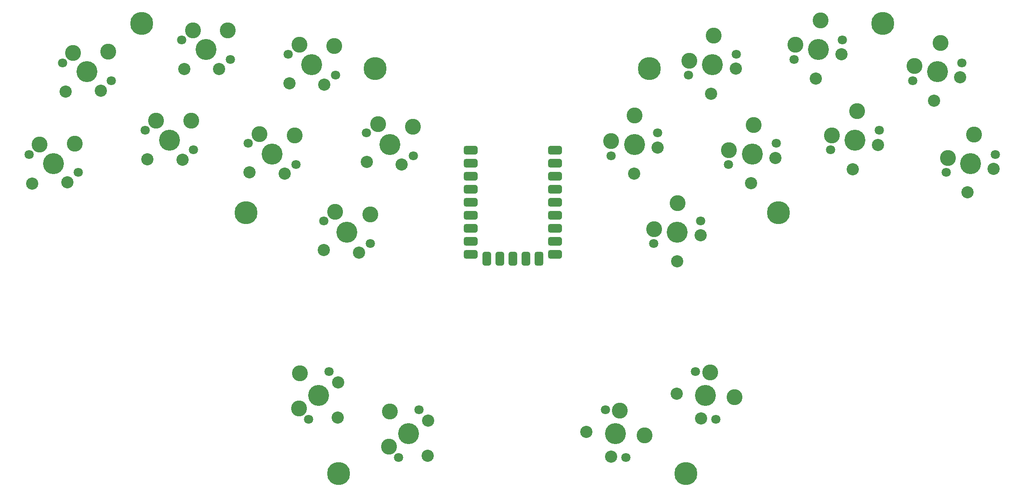
<source format=gts>
G04 #@! TF.GenerationSoftware,KiCad,Pcbnew,9.0.0*
G04 #@! TF.CreationDate,2025-03-22T22:46:10+01:00*
G04 #@! TF.ProjectId,chouchou_mx,63686f75-6368-46f7-955f-6d782e6b6963,v1.0.0*
G04 #@! TF.SameCoordinates,Original*
G04 #@! TF.FileFunction,Soldermask,Top*
G04 #@! TF.FilePolarity,Negative*
%FSLAX46Y46*%
G04 Gerber Fmt 4.6, Leading zero omitted, Abs format (unit mm)*
G04 Created by KiCad (PCBNEW 9.0.0) date 2025-03-22 22:46:10*
%MOMM*%
%LPD*%
G01*
G04 APERTURE LIST*
G04 Aperture macros list*
%AMRoundRect*
0 Rectangle with rounded corners*
0 $1 Rounding radius*
0 $2 $3 $4 $5 $6 $7 $8 $9 X,Y pos of 4 corners*
0 Add a 4 corners polygon primitive as box body*
4,1,4,$2,$3,$4,$5,$6,$7,$8,$9,$2,$3,0*
0 Add four circle primitives for the rounded corners*
1,1,$1+$1,$2,$3*
1,1,$1+$1,$4,$5*
1,1,$1+$1,$6,$7*
1,1,$1+$1,$8,$9*
0 Add four rect primitives between the rounded corners*
20,1,$1+$1,$2,$3,$4,$5,0*
20,1,$1+$1,$4,$5,$6,$7,0*
20,1,$1+$1,$6,$7,$8,$9,0*
20,1,$1+$1,$8,$9,$2,$3,0*%
G04 Aperture macros list end*
%ADD10C,1.801800*%
%ADD11C,3.100000*%
%ADD12C,4.087800*%
%ADD13C,0.800000*%
%ADD14C,4.500000*%
%ADD15C,2.386000*%
%ADD16RoundRect,0.425000X-0.925000X-0.425000X0.925000X-0.425000X0.925000X0.425000X-0.925000X0.425000X0*%
%ADD17RoundRect,0.425050X-0.924950X-0.425050X0.924950X-0.425050X0.924950X0.425050X-0.924950X0.425050X0*%
%ADD18RoundRect,0.425000X-0.425000X-0.925000X0.425000X-0.925000X0.425000X0.925000X-0.425000X0.925000X0*%
%ADD19RoundRect,0.418700X-0.418700X-0.931300X0.418700X-0.931300X0.418700X0.931300X-0.418700X0.931300X0*%
G04 APERTURE END LIST*
D10*
X246600289Y-117685122D03*
D11*
X246727381Y-114848161D03*
D12*
X251241100Y-115618900D03*
D11*
X251495283Y-109944978D03*
D10*
X255881911Y-113552678D03*
D13*
X138497107Y-106971967D03*
X139350280Y-106040892D03*
X138552192Y-108233620D03*
X140611933Y-105985807D03*
D14*
X140047600Y-107536300D03*
D13*
X139483267Y-109086793D03*
X141543008Y-106838980D03*
X140744920Y-109031708D03*
X141598093Y-108100633D03*
D10*
X274278806Y-132237301D03*
D11*
X274504829Y-129406504D03*
D12*
X278988900Y-130334300D03*
D11*
X279440945Y-124672705D03*
D10*
X283698994Y-128431299D03*
X172544886Y-184806465D03*
D11*
X170703032Y-182644966D03*
D12*
X174529800Y-180130300D03*
D11*
X170846092Y-175807304D03*
D10*
X176514714Y-175454135D03*
X168558189Y-113552678D03*
D11*
X170751503Y-111748828D03*
D12*
X173199000Y-115618900D03*
D11*
X177585628Y-112011200D03*
D10*
X177839811Y-117685122D03*
X134171039Y-118726262D03*
D12*
X129397400Y-116988800D03*
D10*
X124623761Y-115251338D03*
D15*
X125273117Y-120893707D03*
X132108898Y-120678716D03*
D10*
X183841626Y-128933075D03*
D11*
X186096557Y-127206869D03*
D12*
X188407500Y-131160000D03*
D11*
X192917362Y-127707589D03*
D10*
X192973374Y-133386925D03*
X239817626Y-150508925D03*
D11*
X239845632Y-147669257D03*
D12*
X244383500Y-148282000D03*
D11*
X244439511Y-142602664D03*
D10*
X248949374Y-146055075D03*
X254348589Y-135088222D03*
D11*
X254475681Y-132251261D03*
D12*
X258989400Y-133022000D03*
D11*
X259243583Y-127348078D03*
D10*
X263630211Y-130955778D03*
X251895114Y-184806465D03*
D12*
X249910200Y-180130300D03*
D10*
X247925286Y-175454135D03*
D15*
X244241578Y-179777132D03*
X249060803Y-184629881D03*
D10*
X263630211Y-130955778D03*
D12*
X258989400Y-133022000D03*
D10*
X254348589Y-135088222D03*
D15*
X258735217Y-138695922D03*
X263503119Y-133792739D03*
D13*
X262576450Y-145135215D03*
X262543393Y-143872793D03*
X263492493Y-146004507D03*
X263412685Y-142956750D03*
D14*
X264083800Y-144464100D03*
D13*
X264754915Y-145971450D03*
X264675107Y-142923693D03*
X265624207Y-145055407D03*
X265591150Y-143792985D03*
D10*
X255881911Y-113552678D03*
D12*
X251241100Y-115618900D03*
D10*
X246600289Y-117685122D03*
D15*
X250986917Y-121292822D03*
X255754819Y-116389639D03*
D10*
X170091411Y-135088222D03*
D12*
X165450600Y-133022000D03*
D10*
X160809789Y-130955778D03*
D15*
X161063972Y-136629700D03*
X167898097Y-136892072D03*
D10*
X283698994Y-128431299D03*
D12*
X278988900Y-130334300D03*
D10*
X274278806Y-132237301D03*
D15*
X278536855Y-135995895D03*
X283472971Y-131262096D03*
D10*
X124623761Y-115251338D03*
D11*
X126685902Y-113298884D03*
D12*
X129397400Y-116988800D03*
D11*
X133521683Y-113083893D03*
D10*
X134171039Y-118726262D03*
D13*
X184028390Y-115672988D03*
X183951295Y-116933486D03*
X184974214Y-114836195D03*
X186234712Y-114913290D03*
D14*
X185511400Y-116396300D03*
D13*
X184788088Y-117879310D03*
X186048586Y-117956405D03*
X187071505Y-115859114D03*
X186994410Y-117119612D03*
D10*
X118108261Y-133152438D03*
D11*
X120170402Y-131199984D03*
D12*
X122881900Y-134889900D03*
D11*
X127006183Y-130984993D03*
D10*
X127655539Y-136627362D03*
X247925286Y-175454135D03*
D11*
X250759597Y-175630719D03*
D12*
X249910200Y-180130300D03*
D11*
X255578822Y-180483468D03*
D10*
X251895114Y-184806465D03*
X176514714Y-175454135D03*
D12*
X174529800Y-180130300D03*
D10*
X172544886Y-184806465D03*
D15*
X178213508Y-184453296D03*
X178356568Y-177615634D03*
D10*
X140741006Y-128431299D03*
D11*
X142870030Y-126552002D03*
D12*
X145451100Y-130334300D03*
D11*
X149709148Y-126575707D03*
D10*
X150161194Y-132237301D03*
X157297494Y-114574501D03*
D12*
X152587400Y-112671500D03*
D10*
X147877306Y-110768499D03*
D15*
X148329352Y-116430093D03*
X155168470Y-116453798D03*
D10*
X276562694Y-110768499D03*
D12*
X271852600Y-112671500D03*
D10*
X267142506Y-114574501D03*
D15*
X271400555Y-118333095D03*
X276336671Y-113599296D03*
D10*
X127655539Y-136627362D03*
D12*
X122881900Y-134889900D03*
D10*
X118108261Y-133152438D03*
D15*
X118757617Y-138794807D03*
X125593398Y-138579816D03*
D10*
X177839811Y-117685122D03*
D12*
X173199000Y-115618900D03*
D10*
X168558189Y-113552678D03*
D15*
X168812372Y-119226600D03*
X175646497Y-119488972D03*
D10*
X290268961Y-118726262D03*
D11*
X290593640Y-115905077D03*
D12*
X295042600Y-116988800D03*
D11*
X295691957Y-111346430D03*
D10*
X299816239Y-115251338D03*
X306331739Y-133152438D03*
D12*
X301558100Y-134889900D03*
D10*
X296784461Y-136627362D03*
D15*
X300908743Y-140532270D03*
X306007060Y-135973623D03*
D10*
X190080586Y-192249865D03*
D11*
X188238732Y-190088366D03*
D12*
X192065500Y-187573700D03*
D11*
X188381792Y-183250704D03*
D10*
X194050414Y-182897535D03*
D16*
X220600000Y-132300000D03*
X220600000Y-132300000D03*
X220600000Y-134840000D03*
X220600000Y-134840000D03*
X220600000Y-137380000D03*
X220600000Y-137380000D03*
X220600000Y-139920000D03*
X220600000Y-139920000D03*
X220600000Y-142460000D03*
X220600000Y-142460000D03*
D17*
X220600000Y-145000000D03*
X220600000Y-145000000D03*
X220600000Y-147540000D03*
X220600000Y-147540000D03*
X220600000Y-150080000D03*
X220600000Y-150080000D03*
X220600000Y-152620000D03*
X220600000Y-152620000D03*
D18*
X217460000Y-153430000D03*
X217460000Y-153430000D03*
D19*
X214920000Y-153430000D03*
X214920000Y-153430000D03*
X212380000Y-153430000D03*
X212380000Y-153430000D03*
X209840000Y-153430000D03*
X209840000Y-153430000D03*
X207300000Y-153430000D03*
X207300000Y-153430000D03*
D17*
X204160000Y-152620000D03*
X204160000Y-152620000D03*
X204160000Y-150080000D03*
X204160000Y-150080000D03*
X204160000Y-147540000D03*
X204160000Y-147540000D03*
X204160000Y-145000000D03*
X204160000Y-145000000D03*
X204160000Y-132300000D03*
X204160000Y-132300000D03*
X204160000Y-134840000D03*
X204160000Y-134840000D03*
X204160000Y-137380000D03*
X204160000Y-137380000D03*
X204160000Y-142460000D03*
X204160000Y-142460000D03*
X204160000Y-139920000D03*
X204160000Y-139920000D03*
D10*
X194050414Y-182897535D03*
D12*
X192065500Y-187573700D03*
D10*
X190080586Y-192249865D03*
D15*
X195749208Y-191896696D03*
X195892268Y-185059034D03*
D13*
X177758994Y-196900133D03*
X176873847Y-195999401D03*
X179021801Y-196911153D03*
X176884867Y-194736594D03*
D14*
X178403700Y-195381300D03*
D13*
X179922533Y-196026006D03*
X177785599Y-193851447D03*
X179933553Y-194763199D03*
X179048406Y-193862467D03*
X158848850Y-143792985D03*
X159764893Y-142923693D03*
X158815793Y-145055407D03*
X161027315Y-142956750D03*
D14*
X160356200Y-144464100D03*
D13*
X159685085Y-145971450D03*
X161896607Y-143872793D03*
X160947507Y-146004507D03*
X161863550Y-145135215D03*
X237445590Y-117119612D03*
X237368495Y-115859114D03*
X238391414Y-117956405D03*
X238205288Y-114913290D03*
D14*
X238928600Y-116396300D03*
D13*
X239651912Y-117879310D03*
X239465786Y-114836195D03*
X240488705Y-116933486D03*
X240411610Y-115672988D03*
D10*
X184622374Y-150508925D03*
D12*
X180056500Y-148282000D03*
D10*
X175490626Y-146055075D03*
D15*
X175546638Y-151734411D03*
X182367443Y-152235131D03*
D10*
X248949374Y-146055075D03*
D12*
X244383500Y-148282000D03*
D10*
X239817626Y-150508925D03*
D15*
X244327489Y-153961336D03*
X248921368Y-148894743D03*
D10*
X192973374Y-133386925D03*
D12*
X188407500Y-131160000D03*
D10*
X183841626Y-128933075D03*
D15*
X183897638Y-134612411D03*
X190718443Y-135113131D03*
D10*
X240598374Y-128933075D03*
D12*
X236032500Y-131160000D03*
D10*
X231466626Y-133386925D03*
D15*
X235976489Y-136839336D03*
X240570368Y-131772743D03*
D10*
X234359514Y-192249865D03*
D12*
X232374600Y-187573700D03*
D10*
X230389686Y-182897535D03*
D15*
X226705978Y-187220532D03*
X231525203Y-192073281D03*
D10*
X299816239Y-115251338D03*
D12*
X295042600Y-116988800D03*
D10*
X290268961Y-118726262D03*
D15*
X294393243Y-122631170D03*
X299491560Y-118072523D03*
D10*
X160809789Y-130955778D03*
D11*
X163003103Y-129151928D03*
D12*
X165450600Y-133022000D03*
D11*
X169837228Y-129414300D03*
D10*
X170091411Y-135088222D03*
X147877306Y-110768499D03*
D11*
X150006330Y-108889202D03*
D12*
X152587400Y-112671500D03*
D11*
X156845448Y-108912907D03*
D10*
X157297494Y-114574501D03*
X175490626Y-146055075D03*
D11*
X177745557Y-144328869D03*
D12*
X180056500Y-148282000D03*
D11*
X184566362Y-144829589D03*
D10*
X184622374Y-150508925D03*
X231466626Y-133386925D03*
D11*
X231494632Y-130547257D03*
D12*
X236032500Y-131160000D03*
D11*
X236088511Y-125480664D03*
D10*
X240598374Y-128933075D03*
D13*
X282841907Y-108100633D03*
X282896992Y-106838980D03*
X283695080Y-109031708D03*
X283828067Y-105985807D03*
D14*
X284392400Y-107536300D03*
D13*
X284956733Y-109086793D03*
X285089720Y-106040892D03*
X285887808Y-108233620D03*
X285942893Y-106971967D03*
X245391594Y-193862467D03*
X246654401Y-193851447D03*
X244506447Y-194763199D03*
X247555133Y-194736594D03*
D14*
X246036300Y-195381300D03*
D13*
X244517467Y-196026006D03*
X247566153Y-195999401D03*
X245418199Y-196911153D03*
X246681006Y-196900133D03*
D10*
X150161194Y-132237301D03*
D12*
X145451100Y-130334300D03*
D10*
X140741006Y-128431299D03*
D15*
X141193052Y-134092893D03*
X148032170Y-134116598D03*
D10*
X296784461Y-136627362D03*
D11*
X297109140Y-133806177D03*
D12*
X301558100Y-134889900D03*
D11*
X302207457Y-129247530D03*
D10*
X306331739Y-133152438D03*
X267142506Y-114574501D03*
D11*
X267368529Y-111743704D03*
D12*
X271852600Y-112671500D03*
D11*
X272304645Y-107009905D03*
D10*
X276562694Y-110768499D03*
X230389686Y-182897535D03*
D11*
X233223997Y-183074119D03*
D12*
X232374600Y-187573700D03*
D11*
X238043222Y-187926868D03*
D10*
X234359514Y-192249865D03*
M02*

</source>
